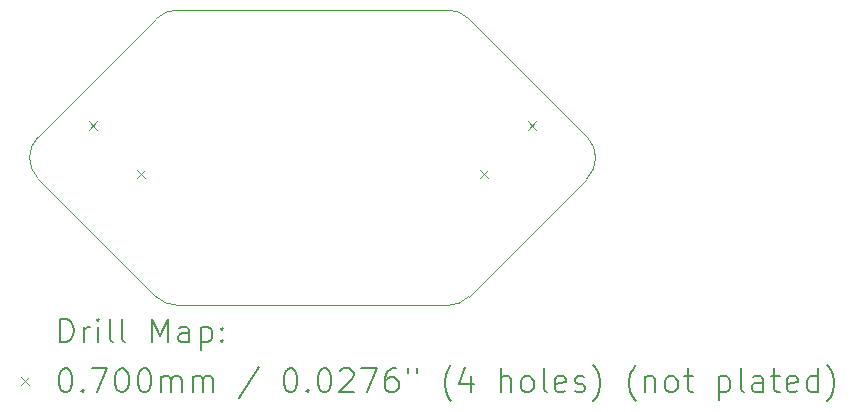
<source format=gbr>
%TF.GenerationSoftware,KiCad,Pcbnew,8.0.4*%
%TF.CreationDate,2024-08-10T17:47:40+02:00*%
%TF.ProjectId,debubo,64656275-626f-42e6-9b69-6361645f7063,0*%
%TF.SameCoordinates,Original*%
%TF.FileFunction,Drillmap*%
%TF.FilePolarity,Positive*%
%FSLAX45Y45*%
G04 Gerber Fmt 4.5, Leading zero omitted, Abs format (unit mm)*
G04 Created by KiCad (PCBNEW 8.0.4) date 2024-08-10 17:47:40*
%MOMM*%
%LPD*%
G01*
G04 APERTURE LIST*
%ADD10C,0.050000*%
%ADD11C,0.200000*%
%ADD12C,0.100000*%
G04 APERTURE END LIST*
D10*
X16473223Y-9776777D02*
X15473223Y-10776777D01*
X15296447Y-8350000D02*
G75*
G02*
X15473221Y-8423226I3J-249980D01*
G01*
X11826777Y-9776777D02*
X12826777Y-10776777D01*
X15473223Y-10776777D02*
G75*
G02*
X15296447Y-10849998I-176773J176777D01*
G01*
X12826777Y-8423223D02*
G75*
G02*
X13003553Y-8350002I176773J-176777D01*
G01*
X11826777Y-9423223D02*
X12826777Y-8423223D01*
X16473223Y-9423223D02*
G75*
G02*
X16473223Y-9776777I-176773J-176777D01*
G01*
X16473223Y-9423223D02*
X15473223Y-8423223D01*
X13003553Y-10850000D02*
G75*
G02*
X12826775Y-10776778I-3J250000D01*
G01*
X13003553Y-10850000D02*
X15296447Y-10850000D01*
X11826777Y-9776777D02*
G75*
G02*
X11826777Y-9423223I176773J176777D01*
G01*
X13003553Y-8350000D02*
X15296447Y-8350000D01*
D11*
D12*
X12254671Y-9291621D02*
X12324671Y-9361621D01*
X12324671Y-9291621D02*
X12254671Y-9361621D01*
X12663379Y-9700329D02*
X12733379Y-9770329D01*
X12733379Y-9700329D02*
X12663379Y-9770329D01*
X15566621Y-9700329D02*
X15636621Y-9770329D01*
X15636621Y-9700329D02*
X15566621Y-9770329D01*
X15975329Y-9291621D02*
X16045329Y-9361621D01*
X16045329Y-9291621D02*
X15975329Y-9361621D01*
D11*
X12011829Y-11163984D02*
X12011829Y-10963984D01*
X12011829Y-10963984D02*
X12059448Y-10963984D01*
X12059448Y-10963984D02*
X12088020Y-10973508D01*
X12088020Y-10973508D02*
X12107067Y-10992555D01*
X12107067Y-10992555D02*
X12116591Y-11011603D01*
X12116591Y-11011603D02*
X12126115Y-11049698D01*
X12126115Y-11049698D02*
X12126115Y-11078270D01*
X12126115Y-11078270D02*
X12116591Y-11116365D01*
X12116591Y-11116365D02*
X12107067Y-11135412D01*
X12107067Y-11135412D02*
X12088020Y-11154460D01*
X12088020Y-11154460D02*
X12059448Y-11163984D01*
X12059448Y-11163984D02*
X12011829Y-11163984D01*
X12211829Y-11163984D02*
X12211829Y-11030650D01*
X12211829Y-11068746D02*
X12221353Y-11049698D01*
X12221353Y-11049698D02*
X12230877Y-11040174D01*
X12230877Y-11040174D02*
X12249924Y-11030650D01*
X12249924Y-11030650D02*
X12268972Y-11030650D01*
X12335639Y-11163984D02*
X12335639Y-11030650D01*
X12335639Y-10963984D02*
X12326115Y-10973508D01*
X12326115Y-10973508D02*
X12335639Y-10983031D01*
X12335639Y-10983031D02*
X12345162Y-10973508D01*
X12345162Y-10973508D02*
X12335639Y-10963984D01*
X12335639Y-10963984D02*
X12335639Y-10983031D01*
X12459448Y-11163984D02*
X12440401Y-11154460D01*
X12440401Y-11154460D02*
X12430877Y-11135412D01*
X12430877Y-11135412D02*
X12430877Y-10963984D01*
X12564210Y-11163984D02*
X12545162Y-11154460D01*
X12545162Y-11154460D02*
X12535639Y-11135412D01*
X12535639Y-11135412D02*
X12535639Y-10963984D01*
X12792782Y-11163984D02*
X12792782Y-10963984D01*
X12792782Y-10963984D02*
X12859448Y-11106841D01*
X12859448Y-11106841D02*
X12926115Y-10963984D01*
X12926115Y-10963984D02*
X12926115Y-11163984D01*
X13107067Y-11163984D02*
X13107067Y-11059222D01*
X13107067Y-11059222D02*
X13097543Y-11040174D01*
X13097543Y-11040174D02*
X13078496Y-11030650D01*
X13078496Y-11030650D02*
X13040401Y-11030650D01*
X13040401Y-11030650D02*
X13021353Y-11040174D01*
X13107067Y-11154460D02*
X13088020Y-11163984D01*
X13088020Y-11163984D02*
X13040401Y-11163984D01*
X13040401Y-11163984D02*
X13021353Y-11154460D01*
X13021353Y-11154460D02*
X13011829Y-11135412D01*
X13011829Y-11135412D02*
X13011829Y-11116365D01*
X13011829Y-11116365D02*
X13021353Y-11097317D01*
X13021353Y-11097317D02*
X13040401Y-11087793D01*
X13040401Y-11087793D02*
X13088020Y-11087793D01*
X13088020Y-11087793D02*
X13107067Y-11078270D01*
X13202305Y-11030650D02*
X13202305Y-11230650D01*
X13202305Y-11040174D02*
X13221353Y-11030650D01*
X13221353Y-11030650D02*
X13259448Y-11030650D01*
X13259448Y-11030650D02*
X13278496Y-11040174D01*
X13278496Y-11040174D02*
X13288020Y-11049698D01*
X13288020Y-11049698D02*
X13297543Y-11068746D01*
X13297543Y-11068746D02*
X13297543Y-11125889D01*
X13297543Y-11125889D02*
X13288020Y-11144936D01*
X13288020Y-11144936D02*
X13278496Y-11154460D01*
X13278496Y-11154460D02*
X13259448Y-11163984D01*
X13259448Y-11163984D02*
X13221353Y-11163984D01*
X13221353Y-11163984D02*
X13202305Y-11154460D01*
X13383258Y-11144936D02*
X13392782Y-11154460D01*
X13392782Y-11154460D02*
X13383258Y-11163984D01*
X13383258Y-11163984D02*
X13373734Y-11154460D01*
X13373734Y-11154460D02*
X13383258Y-11144936D01*
X13383258Y-11144936D02*
X13383258Y-11163984D01*
X13383258Y-11040174D02*
X13392782Y-11049698D01*
X13392782Y-11049698D02*
X13383258Y-11059222D01*
X13383258Y-11059222D02*
X13373734Y-11049698D01*
X13373734Y-11049698D02*
X13383258Y-11040174D01*
X13383258Y-11040174D02*
X13383258Y-11059222D01*
D12*
X11681052Y-11457500D02*
X11751052Y-11527500D01*
X11751052Y-11457500D02*
X11681052Y-11527500D01*
D11*
X12049924Y-11383984D02*
X12068972Y-11383984D01*
X12068972Y-11383984D02*
X12088020Y-11393508D01*
X12088020Y-11393508D02*
X12097543Y-11403031D01*
X12097543Y-11403031D02*
X12107067Y-11422079D01*
X12107067Y-11422079D02*
X12116591Y-11460174D01*
X12116591Y-11460174D02*
X12116591Y-11507793D01*
X12116591Y-11507793D02*
X12107067Y-11545888D01*
X12107067Y-11545888D02*
X12097543Y-11564936D01*
X12097543Y-11564936D02*
X12088020Y-11574460D01*
X12088020Y-11574460D02*
X12068972Y-11583984D01*
X12068972Y-11583984D02*
X12049924Y-11583984D01*
X12049924Y-11583984D02*
X12030877Y-11574460D01*
X12030877Y-11574460D02*
X12021353Y-11564936D01*
X12021353Y-11564936D02*
X12011829Y-11545888D01*
X12011829Y-11545888D02*
X12002305Y-11507793D01*
X12002305Y-11507793D02*
X12002305Y-11460174D01*
X12002305Y-11460174D02*
X12011829Y-11422079D01*
X12011829Y-11422079D02*
X12021353Y-11403031D01*
X12021353Y-11403031D02*
X12030877Y-11393508D01*
X12030877Y-11393508D02*
X12049924Y-11383984D01*
X12202305Y-11564936D02*
X12211829Y-11574460D01*
X12211829Y-11574460D02*
X12202305Y-11583984D01*
X12202305Y-11583984D02*
X12192782Y-11574460D01*
X12192782Y-11574460D02*
X12202305Y-11564936D01*
X12202305Y-11564936D02*
X12202305Y-11583984D01*
X12278496Y-11383984D02*
X12411829Y-11383984D01*
X12411829Y-11383984D02*
X12326115Y-11583984D01*
X12526115Y-11383984D02*
X12545163Y-11383984D01*
X12545163Y-11383984D02*
X12564210Y-11393508D01*
X12564210Y-11393508D02*
X12573734Y-11403031D01*
X12573734Y-11403031D02*
X12583258Y-11422079D01*
X12583258Y-11422079D02*
X12592782Y-11460174D01*
X12592782Y-11460174D02*
X12592782Y-11507793D01*
X12592782Y-11507793D02*
X12583258Y-11545888D01*
X12583258Y-11545888D02*
X12573734Y-11564936D01*
X12573734Y-11564936D02*
X12564210Y-11574460D01*
X12564210Y-11574460D02*
X12545163Y-11583984D01*
X12545163Y-11583984D02*
X12526115Y-11583984D01*
X12526115Y-11583984D02*
X12507067Y-11574460D01*
X12507067Y-11574460D02*
X12497543Y-11564936D01*
X12497543Y-11564936D02*
X12488020Y-11545888D01*
X12488020Y-11545888D02*
X12478496Y-11507793D01*
X12478496Y-11507793D02*
X12478496Y-11460174D01*
X12478496Y-11460174D02*
X12488020Y-11422079D01*
X12488020Y-11422079D02*
X12497543Y-11403031D01*
X12497543Y-11403031D02*
X12507067Y-11393508D01*
X12507067Y-11393508D02*
X12526115Y-11383984D01*
X12716591Y-11383984D02*
X12735639Y-11383984D01*
X12735639Y-11383984D02*
X12754686Y-11393508D01*
X12754686Y-11393508D02*
X12764210Y-11403031D01*
X12764210Y-11403031D02*
X12773734Y-11422079D01*
X12773734Y-11422079D02*
X12783258Y-11460174D01*
X12783258Y-11460174D02*
X12783258Y-11507793D01*
X12783258Y-11507793D02*
X12773734Y-11545888D01*
X12773734Y-11545888D02*
X12764210Y-11564936D01*
X12764210Y-11564936D02*
X12754686Y-11574460D01*
X12754686Y-11574460D02*
X12735639Y-11583984D01*
X12735639Y-11583984D02*
X12716591Y-11583984D01*
X12716591Y-11583984D02*
X12697543Y-11574460D01*
X12697543Y-11574460D02*
X12688020Y-11564936D01*
X12688020Y-11564936D02*
X12678496Y-11545888D01*
X12678496Y-11545888D02*
X12668972Y-11507793D01*
X12668972Y-11507793D02*
X12668972Y-11460174D01*
X12668972Y-11460174D02*
X12678496Y-11422079D01*
X12678496Y-11422079D02*
X12688020Y-11403031D01*
X12688020Y-11403031D02*
X12697543Y-11393508D01*
X12697543Y-11393508D02*
X12716591Y-11383984D01*
X12868972Y-11583984D02*
X12868972Y-11450650D01*
X12868972Y-11469698D02*
X12878496Y-11460174D01*
X12878496Y-11460174D02*
X12897543Y-11450650D01*
X12897543Y-11450650D02*
X12926115Y-11450650D01*
X12926115Y-11450650D02*
X12945163Y-11460174D01*
X12945163Y-11460174D02*
X12954686Y-11479222D01*
X12954686Y-11479222D02*
X12954686Y-11583984D01*
X12954686Y-11479222D02*
X12964210Y-11460174D01*
X12964210Y-11460174D02*
X12983258Y-11450650D01*
X12983258Y-11450650D02*
X13011829Y-11450650D01*
X13011829Y-11450650D02*
X13030877Y-11460174D01*
X13030877Y-11460174D02*
X13040401Y-11479222D01*
X13040401Y-11479222D02*
X13040401Y-11583984D01*
X13135639Y-11583984D02*
X13135639Y-11450650D01*
X13135639Y-11469698D02*
X13145163Y-11460174D01*
X13145163Y-11460174D02*
X13164210Y-11450650D01*
X13164210Y-11450650D02*
X13192782Y-11450650D01*
X13192782Y-11450650D02*
X13211829Y-11460174D01*
X13211829Y-11460174D02*
X13221353Y-11479222D01*
X13221353Y-11479222D02*
X13221353Y-11583984D01*
X13221353Y-11479222D02*
X13230877Y-11460174D01*
X13230877Y-11460174D02*
X13249924Y-11450650D01*
X13249924Y-11450650D02*
X13278496Y-11450650D01*
X13278496Y-11450650D02*
X13297544Y-11460174D01*
X13297544Y-11460174D02*
X13307067Y-11479222D01*
X13307067Y-11479222D02*
X13307067Y-11583984D01*
X13697544Y-11374460D02*
X13526115Y-11631603D01*
X13954686Y-11383984D02*
X13973734Y-11383984D01*
X13973734Y-11383984D02*
X13992782Y-11393508D01*
X13992782Y-11393508D02*
X14002306Y-11403031D01*
X14002306Y-11403031D02*
X14011829Y-11422079D01*
X14011829Y-11422079D02*
X14021353Y-11460174D01*
X14021353Y-11460174D02*
X14021353Y-11507793D01*
X14021353Y-11507793D02*
X14011829Y-11545888D01*
X14011829Y-11545888D02*
X14002306Y-11564936D01*
X14002306Y-11564936D02*
X13992782Y-11574460D01*
X13992782Y-11574460D02*
X13973734Y-11583984D01*
X13973734Y-11583984D02*
X13954686Y-11583984D01*
X13954686Y-11583984D02*
X13935639Y-11574460D01*
X13935639Y-11574460D02*
X13926115Y-11564936D01*
X13926115Y-11564936D02*
X13916591Y-11545888D01*
X13916591Y-11545888D02*
X13907067Y-11507793D01*
X13907067Y-11507793D02*
X13907067Y-11460174D01*
X13907067Y-11460174D02*
X13916591Y-11422079D01*
X13916591Y-11422079D02*
X13926115Y-11403031D01*
X13926115Y-11403031D02*
X13935639Y-11393508D01*
X13935639Y-11393508D02*
X13954686Y-11383984D01*
X14107067Y-11564936D02*
X14116591Y-11574460D01*
X14116591Y-11574460D02*
X14107067Y-11583984D01*
X14107067Y-11583984D02*
X14097544Y-11574460D01*
X14097544Y-11574460D02*
X14107067Y-11564936D01*
X14107067Y-11564936D02*
X14107067Y-11583984D01*
X14240401Y-11383984D02*
X14259448Y-11383984D01*
X14259448Y-11383984D02*
X14278496Y-11393508D01*
X14278496Y-11393508D02*
X14288020Y-11403031D01*
X14288020Y-11403031D02*
X14297544Y-11422079D01*
X14297544Y-11422079D02*
X14307067Y-11460174D01*
X14307067Y-11460174D02*
X14307067Y-11507793D01*
X14307067Y-11507793D02*
X14297544Y-11545888D01*
X14297544Y-11545888D02*
X14288020Y-11564936D01*
X14288020Y-11564936D02*
X14278496Y-11574460D01*
X14278496Y-11574460D02*
X14259448Y-11583984D01*
X14259448Y-11583984D02*
X14240401Y-11583984D01*
X14240401Y-11583984D02*
X14221353Y-11574460D01*
X14221353Y-11574460D02*
X14211829Y-11564936D01*
X14211829Y-11564936D02*
X14202306Y-11545888D01*
X14202306Y-11545888D02*
X14192782Y-11507793D01*
X14192782Y-11507793D02*
X14192782Y-11460174D01*
X14192782Y-11460174D02*
X14202306Y-11422079D01*
X14202306Y-11422079D02*
X14211829Y-11403031D01*
X14211829Y-11403031D02*
X14221353Y-11393508D01*
X14221353Y-11393508D02*
X14240401Y-11383984D01*
X14383258Y-11403031D02*
X14392782Y-11393508D01*
X14392782Y-11393508D02*
X14411829Y-11383984D01*
X14411829Y-11383984D02*
X14459448Y-11383984D01*
X14459448Y-11383984D02*
X14478496Y-11393508D01*
X14478496Y-11393508D02*
X14488020Y-11403031D01*
X14488020Y-11403031D02*
X14497544Y-11422079D01*
X14497544Y-11422079D02*
X14497544Y-11441127D01*
X14497544Y-11441127D02*
X14488020Y-11469698D01*
X14488020Y-11469698D02*
X14373734Y-11583984D01*
X14373734Y-11583984D02*
X14497544Y-11583984D01*
X14564210Y-11383984D02*
X14697544Y-11383984D01*
X14697544Y-11383984D02*
X14611829Y-11583984D01*
X14859448Y-11383984D02*
X14821353Y-11383984D01*
X14821353Y-11383984D02*
X14802306Y-11393508D01*
X14802306Y-11393508D02*
X14792782Y-11403031D01*
X14792782Y-11403031D02*
X14773734Y-11431603D01*
X14773734Y-11431603D02*
X14764210Y-11469698D01*
X14764210Y-11469698D02*
X14764210Y-11545888D01*
X14764210Y-11545888D02*
X14773734Y-11564936D01*
X14773734Y-11564936D02*
X14783258Y-11574460D01*
X14783258Y-11574460D02*
X14802306Y-11583984D01*
X14802306Y-11583984D02*
X14840401Y-11583984D01*
X14840401Y-11583984D02*
X14859448Y-11574460D01*
X14859448Y-11574460D02*
X14868972Y-11564936D01*
X14868972Y-11564936D02*
X14878496Y-11545888D01*
X14878496Y-11545888D02*
X14878496Y-11498269D01*
X14878496Y-11498269D02*
X14868972Y-11479222D01*
X14868972Y-11479222D02*
X14859448Y-11469698D01*
X14859448Y-11469698D02*
X14840401Y-11460174D01*
X14840401Y-11460174D02*
X14802306Y-11460174D01*
X14802306Y-11460174D02*
X14783258Y-11469698D01*
X14783258Y-11469698D02*
X14773734Y-11479222D01*
X14773734Y-11479222D02*
X14764210Y-11498269D01*
X14954687Y-11383984D02*
X14954687Y-11422079D01*
X15030877Y-11383984D02*
X15030877Y-11422079D01*
X15326115Y-11660174D02*
X15316591Y-11650650D01*
X15316591Y-11650650D02*
X15297544Y-11622079D01*
X15297544Y-11622079D02*
X15288020Y-11603031D01*
X15288020Y-11603031D02*
X15278496Y-11574460D01*
X15278496Y-11574460D02*
X15268972Y-11526841D01*
X15268972Y-11526841D02*
X15268972Y-11488746D01*
X15268972Y-11488746D02*
X15278496Y-11441127D01*
X15278496Y-11441127D02*
X15288020Y-11412555D01*
X15288020Y-11412555D02*
X15297544Y-11393508D01*
X15297544Y-11393508D02*
X15316591Y-11364936D01*
X15316591Y-11364936D02*
X15326115Y-11355412D01*
X15488020Y-11450650D02*
X15488020Y-11583984D01*
X15440401Y-11374460D02*
X15392782Y-11517317D01*
X15392782Y-11517317D02*
X15516591Y-11517317D01*
X15745163Y-11583984D02*
X15745163Y-11383984D01*
X15830877Y-11583984D02*
X15830877Y-11479222D01*
X15830877Y-11479222D02*
X15821353Y-11460174D01*
X15821353Y-11460174D02*
X15802306Y-11450650D01*
X15802306Y-11450650D02*
X15773734Y-11450650D01*
X15773734Y-11450650D02*
X15754687Y-11460174D01*
X15754687Y-11460174D02*
X15745163Y-11469698D01*
X15954687Y-11583984D02*
X15935639Y-11574460D01*
X15935639Y-11574460D02*
X15926115Y-11564936D01*
X15926115Y-11564936D02*
X15916591Y-11545888D01*
X15916591Y-11545888D02*
X15916591Y-11488746D01*
X15916591Y-11488746D02*
X15926115Y-11469698D01*
X15926115Y-11469698D02*
X15935639Y-11460174D01*
X15935639Y-11460174D02*
X15954687Y-11450650D01*
X15954687Y-11450650D02*
X15983258Y-11450650D01*
X15983258Y-11450650D02*
X16002306Y-11460174D01*
X16002306Y-11460174D02*
X16011830Y-11469698D01*
X16011830Y-11469698D02*
X16021353Y-11488746D01*
X16021353Y-11488746D02*
X16021353Y-11545888D01*
X16021353Y-11545888D02*
X16011830Y-11564936D01*
X16011830Y-11564936D02*
X16002306Y-11574460D01*
X16002306Y-11574460D02*
X15983258Y-11583984D01*
X15983258Y-11583984D02*
X15954687Y-11583984D01*
X16135639Y-11583984D02*
X16116591Y-11574460D01*
X16116591Y-11574460D02*
X16107068Y-11555412D01*
X16107068Y-11555412D02*
X16107068Y-11383984D01*
X16288020Y-11574460D02*
X16268972Y-11583984D01*
X16268972Y-11583984D02*
X16230877Y-11583984D01*
X16230877Y-11583984D02*
X16211830Y-11574460D01*
X16211830Y-11574460D02*
X16202306Y-11555412D01*
X16202306Y-11555412D02*
X16202306Y-11479222D01*
X16202306Y-11479222D02*
X16211830Y-11460174D01*
X16211830Y-11460174D02*
X16230877Y-11450650D01*
X16230877Y-11450650D02*
X16268972Y-11450650D01*
X16268972Y-11450650D02*
X16288020Y-11460174D01*
X16288020Y-11460174D02*
X16297544Y-11479222D01*
X16297544Y-11479222D02*
X16297544Y-11498269D01*
X16297544Y-11498269D02*
X16202306Y-11517317D01*
X16373734Y-11574460D02*
X16392782Y-11583984D01*
X16392782Y-11583984D02*
X16430877Y-11583984D01*
X16430877Y-11583984D02*
X16449925Y-11574460D01*
X16449925Y-11574460D02*
X16459449Y-11555412D01*
X16459449Y-11555412D02*
X16459449Y-11545888D01*
X16459449Y-11545888D02*
X16449925Y-11526841D01*
X16449925Y-11526841D02*
X16430877Y-11517317D01*
X16430877Y-11517317D02*
X16402306Y-11517317D01*
X16402306Y-11517317D02*
X16383258Y-11507793D01*
X16383258Y-11507793D02*
X16373734Y-11488746D01*
X16373734Y-11488746D02*
X16373734Y-11479222D01*
X16373734Y-11479222D02*
X16383258Y-11460174D01*
X16383258Y-11460174D02*
X16402306Y-11450650D01*
X16402306Y-11450650D02*
X16430877Y-11450650D01*
X16430877Y-11450650D02*
X16449925Y-11460174D01*
X16526115Y-11660174D02*
X16535639Y-11650650D01*
X16535639Y-11650650D02*
X16554687Y-11622079D01*
X16554687Y-11622079D02*
X16564211Y-11603031D01*
X16564211Y-11603031D02*
X16573734Y-11574460D01*
X16573734Y-11574460D02*
X16583258Y-11526841D01*
X16583258Y-11526841D02*
X16583258Y-11488746D01*
X16583258Y-11488746D02*
X16573734Y-11441127D01*
X16573734Y-11441127D02*
X16564211Y-11412555D01*
X16564211Y-11412555D02*
X16554687Y-11393508D01*
X16554687Y-11393508D02*
X16535639Y-11364936D01*
X16535639Y-11364936D02*
X16526115Y-11355412D01*
X16888020Y-11660174D02*
X16878496Y-11650650D01*
X16878496Y-11650650D02*
X16859449Y-11622079D01*
X16859449Y-11622079D02*
X16849925Y-11603031D01*
X16849925Y-11603031D02*
X16840401Y-11574460D01*
X16840401Y-11574460D02*
X16830877Y-11526841D01*
X16830877Y-11526841D02*
X16830877Y-11488746D01*
X16830877Y-11488746D02*
X16840401Y-11441127D01*
X16840401Y-11441127D02*
X16849925Y-11412555D01*
X16849925Y-11412555D02*
X16859449Y-11393508D01*
X16859449Y-11393508D02*
X16878496Y-11364936D01*
X16878496Y-11364936D02*
X16888020Y-11355412D01*
X16964211Y-11450650D02*
X16964211Y-11583984D01*
X16964211Y-11469698D02*
X16973734Y-11460174D01*
X16973734Y-11460174D02*
X16992782Y-11450650D01*
X16992782Y-11450650D02*
X17021354Y-11450650D01*
X17021354Y-11450650D02*
X17040401Y-11460174D01*
X17040401Y-11460174D02*
X17049925Y-11479222D01*
X17049925Y-11479222D02*
X17049925Y-11583984D01*
X17173734Y-11583984D02*
X17154687Y-11574460D01*
X17154687Y-11574460D02*
X17145163Y-11564936D01*
X17145163Y-11564936D02*
X17135639Y-11545888D01*
X17135639Y-11545888D02*
X17135639Y-11488746D01*
X17135639Y-11488746D02*
X17145163Y-11469698D01*
X17145163Y-11469698D02*
X17154687Y-11460174D01*
X17154687Y-11460174D02*
X17173734Y-11450650D01*
X17173734Y-11450650D02*
X17202306Y-11450650D01*
X17202306Y-11450650D02*
X17221354Y-11460174D01*
X17221354Y-11460174D02*
X17230877Y-11469698D01*
X17230877Y-11469698D02*
X17240401Y-11488746D01*
X17240401Y-11488746D02*
X17240401Y-11545888D01*
X17240401Y-11545888D02*
X17230877Y-11564936D01*
X17230877Y-11564936D02*
X17221354Y-11574460D01*
X17221354Y-11574460D02*
X17202306Y-11583984D01*
X17202306Y-11583984D02*
X17173734Y-11583984D01*
X17297544Y-11450650D02*
X17373734Y-11450650D01*
X17326115Y-11383984D02*
X17326115Y-11555412D01*
X17326115Y-11555412D02*
X17335639Y-11574460D01*
X17335639Y-11574460D02*
X17354687Y-11583984D01*
X17354687Y-11583984D02*
X17373734Y-11583984D01*
X17592782Y-11450650D02*
X17592782Y-11650650D01*
X17592782Y-11460174D02*
X17611830Y-11450650D01*
X17611830Y-11450650D02*
X17649925Y-11450650D01*
X17649925Y-11450650D02*
X17668973Y-11460174D01*
X17668973Y-11460174D02*
X17678496Y-11469698D01*
X17678496Y-11469698D02*
X17688020Y-11488746D01*
X17688020Y-11488746D02*
X17688020Y-11545888D01*
X17688020Y-11545888D02*
X17678496Y-11564936D01*
X17678496Y-11564936D02*
X17668973Y-11574460D01*
X17668973Y-11574460D02*
X17649925Y-11583984D01*
X17649925Y-11583984D02*
X17611830Y-11583984D01*
X17611830Y-11583984D02*
X17592782Y-11574460D01*
X17802306Y-11583984D02*
X17783258Y-11574460D01*
X17783258Y-11574460D02*
X17773735Y-11555412D01*
X17773735Y-11555412D02*
X17773735Y-11383984D01*
X17964211Y-11583984D02*
X17964211Y-11479222D01*
X17964211Y-11479222D02*
X17954687Y-11460174D01*
X17954687Y-11460174D02*
X17935639Y-11450650D01*
X17935639Y-11450650D02*
X17897544Y-11450650D01*
X17897544Y-11450650D02*
X17878496Y-11460174D01*
X17964211Y-11574460D02*
X17945163Y-11583984D01*
X17945163Y-11583984D02*
X17897544Y-11583984D01*
X17897544Y-11583984D02*
X17878496Y-11574460D01*
X17878496Y-11574460D02*
X17868973Y-11555412D01*
X17868973Y-11555412D02*
X17868973Y-11536365D01*
X17868973Y-11536365D02*
X17878496Y-11517317D01*
X17878496Y-11517317D02*
X17897544Y-11507793D01*
X17897544Y-11507793D02*
X17945163Y-11507793D01*
X17945163Y-11507793D02*
X17964211Y-11498269D01*
X18030877Y-11450650D02*
X18107068Y-11450650D01*
X18059449Y-11383984D02*
X18059449Y-11555412D01*
X18059449Y-11555412D02*
X18068973Y-11574460D01*
X18068973Y-11574460D02*
X18088020Y-11583984D01*
X18088020Y-11583984D02*
X18107068Y-11583984D01*
X18249925Y-11574460D02*
X18230877Y-11583984D01*
X18230877Y-11583984D02*
X18192782Y-11583984D01*
X18192782Y-11583984D02*
X18173735Y-11574460D01*
X18173735Y-11574460D02*
X18164211Y-11555412D01*
X18164211Y-11555412D02*
X18164211Y-11479222D01*
X18164211Y-11479222D02*
X18173735Y-11460174D01*
X18173735Y-11460174D02*
X18192782Y-11450650D01*
X18192782Y-11450650D02*
X18230877Y-11450650D01*
X18230877Y-11450650D02*
X18249925Y-11460174D01*
X18249925Y-11460174D02*
X18259449Y-11479222D01*
X18259449Y-11479222D02*
X18259449Y-11498269D01*
X18259449Y-11498269D02*
X18164211Y-11517317D01*
X18430877Y-11583984D02*
X18430877Y-11383984D01*
X18430877Y-11574460D02*
X18411830Y-11583984D01*
X18411830Y-11583984D02*
X18373735Y-11583984D01*
X18373735Y-11583984D02*
X18354687Y-11574460D01*
X18354687Y-11574460D02*
X18345163Y-11564936D01*
X18345163Y-11564936D02*
X18335639Y-11545888D01*
X18335639Y-11545888D02*
X18335639Y-11488746D01*
X18335639Y-11488746D02*
X18345163Y-11469698D01*
X18345163Y-11469698D02*
X18354687Y-11460174D01*
X18354687Y-11460174D02*
X18373735Y-11450650D01*
X18373735Y-11450650D02*
X18411830Y-11450650D01*
X18411830Y-11450650D02*
X18430877Y-11460174D01*
X18507068Y-11660174D02*
X18516592Y-11650650D01*
X18516592Y-11650650D02*
X18535639Y-11622079D01*
X18535639Y-11622079D02*
X18545163Y-11603031D01*
X18545163Y-11603031D02*
X18554687Y-11574460D01*
X18554687Y-11574460D02*
X18564211Y-11526841D01*
X18564211Y-11526841D02*
X18564211Y-11488746D01*
X18564211Y-11488746D02*
X18554687Y-11441127D01*
X18554687Y-11441127D02*
X18545163Y-11412555D01*
X18545163Y-11412555D02*
X18535639Y-11393508D01*
X18535639Y-11393508D02*
X18516592Y-11364936D01*
X18516592Y-11364936D02*
X18507068Y-11355412D01*
M02*

</source>
